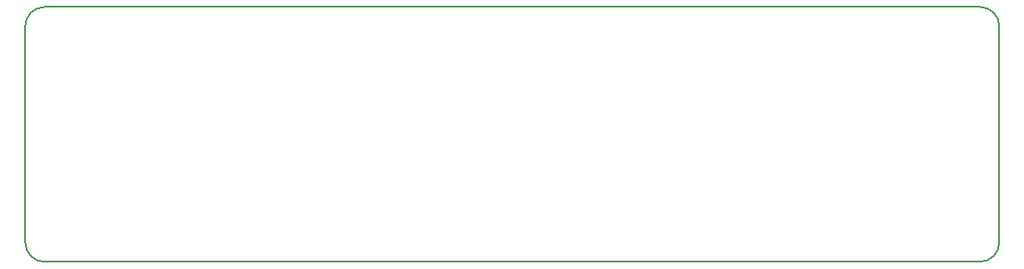
<source format=gbr>
G04 #@! TF.GenerationSoftware,KiCad,Pcbnew,(5.1.2)-2*
G04 #@! TF.CreationDate,2020-04-06T22:20:43-04:00*
G04 #@! TF.ProjectId,led_everled,6c65645f-6576-4657-926c-65642e6b6963,rev?*
G04 #@! TF.SameCoordinates,Original*
G04 #@! TF.FileFunction,Profile,NP*
%FSLAX46Y46*%
G04 Gerber Fmt 4.6, Leading zero omitted, Abs format (unit mm)*
G04 Created by KiCad (PCBNEW (5.1.2)-2) date 2020-04-06 22:20:43*
%MOMM*%
%LPD*%
G04 APERTURE LIST*
%ADD10C,0.150000*%
G04 APERTURE END LIST*
D10*
X56000000Y-100000000D02*
G75*
G02X54000000Y-98000000I0J2000000D01*
G01*
X54000000Y-76000000D02*
G75*
G02X56000000Y-74000000I2000000J0D01*
G01*
X151000000Y-74000000D02*
G75*
G02X153000000Y-76000000I0J-2000000D01*
G01*
X153000000Y-98000000D02*
X153000000Y-76000000D01*
X153000000Y-98000000D02*
G75*
G02X151000000Y-100000000I-2000000J0D01*
G01*
X56000000Y-74000000D02*
X151000000Y-74000000D01*
X54000000Y-98000000D02*
X54000000Y-76000000D01*
X56000000Y-100000000D02*
X151000000Y-100000000D01*
M02*

</source>
